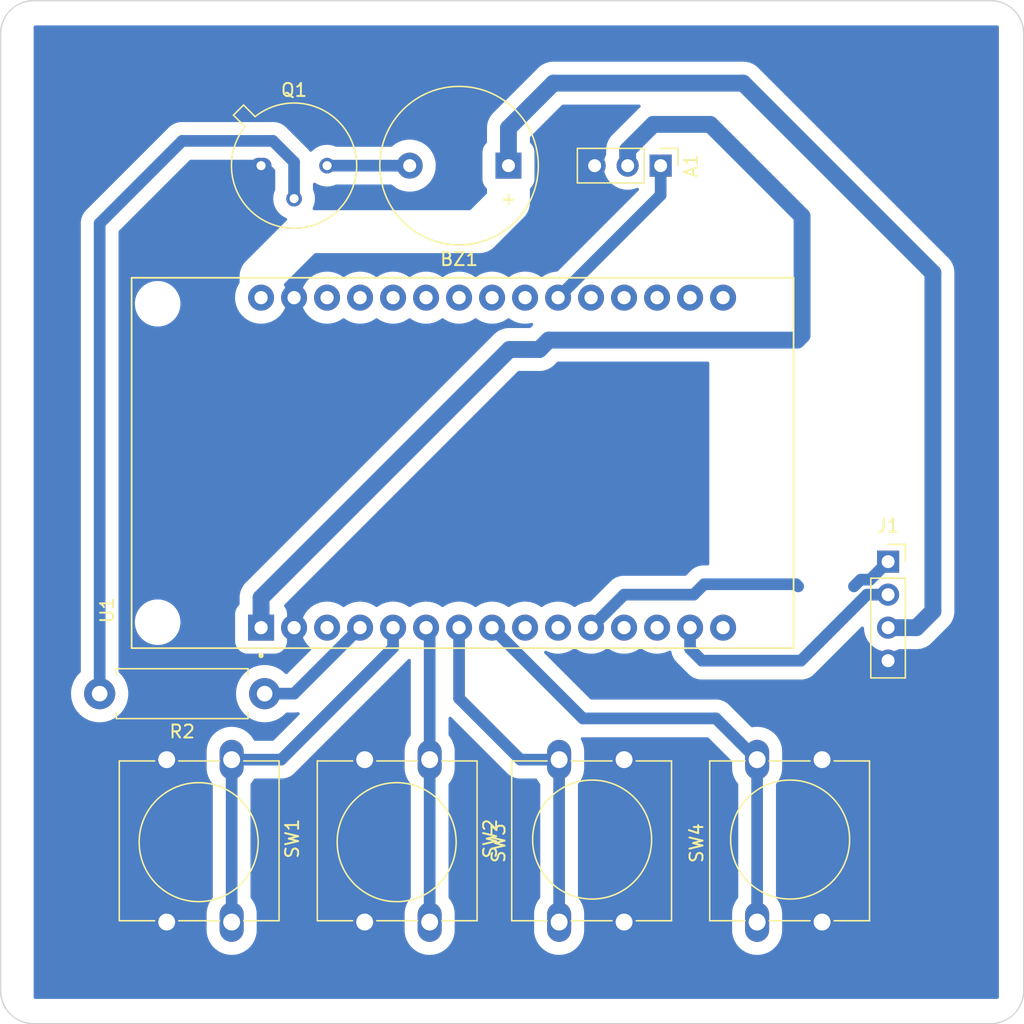
<source format=kicad_pcb>
(kicad_pcb (version 20221018) (generator pcbnew)
  (layers (0 "F.Cu" signal) (31 "B.Cu" signal) (34 "B.Paste" user) (35 "F.Paste" user) (36 "B.SilkS" user "B.Silkscreen") (37 "F.SilkS" user "F.Silkscreen") (38 "B.Mask" user) (39 "F.Mask" user) (44 "Edge.Cuts" user))
  (net 0 "")
  (net 1 "+3.3V")
  (net 2 "GND")
  (net 4 "/D2")
  (net 5 "/D4")
  (net 6 "/D16")
  (net 7 "/D17")
  (net 8 "/D5")
  (net 11 "/D21")
  (net 14 "/D22")
  (net 18 "/D14")
  (net 28 "+5V")
  (net 29 "Net-(BZ1-+)")
  (net 30 "Net-(Q1-B)")
  (net 31 "/D32")
  (footprint "Button_Switch_THT:SW_PUSH-12mm" (layer "F.Cu") (at 129.54 109.22 -90)
    (fp_text reference "SW2" (at 6.08 -4.66 90) (layer "F.SilkS"))
    (fp_text value "SW_Push_Dual")
    (fp_line (start 0.1 -3.65) (end 12.4 -3.65) (stroke (width 0.12)) (layer "F.SilkS"))
    (fp_line (start 0.1 -0.93) (end 0.1 -3.65) (stroke (width 0.12)) (layer "F.SilkS"))
    (fp_line (start 0.1 4.07) (end 0.1 0.93) (stroke (width 0.12)) (layer "F.SilkS"))
    (fp_line (start 0.1 8.65) (end 0.1 5.93) (stroke (width 0.12)) (layer "F.SilkS"))
    (fp_line (start 12.4 -3.65) (end 12.4 -0.93) (stroke (width 0.12)) (layer "F.SilkS"))
    (fp_line (start 12.4 0.93) (end 12.4 4.07) (stroke (width 0.12)) (layer "F.SilkS"))
    (fp_line (start 12.4 5.93) (end 12.4 8.65) (stroke (width 0.12)) (layer "F.SilkS"))
    (fp_line (start 12.4 8.65) (end 0.1 8.65) (stroke (width 0.12)) (layer "F.SilkS"))
    (fp_circle (center 6.35 2.54) (end 10.16 5.08) (stroke (width 0.12)) (fill none) (layer "F.SilkS"))
    (pad "1" thru_hole oval (at 0 0 270) (size 3.048 1.85) (drill 1.3) (layers "*.Cu" "*.Mask") (net 6 "/D16"))
    (pad "1" thru_hole oval (at 12.5 0 270) (size 3.048 1.85) (drill 1.3) (layers "*.Cu" "*.Mask") (net 6 "/D16"))
    (pad "2" thru_hole oval (at 0 5 270) (size 3.048 1.85) (drill 1.3) (layers "*.Cu" "*.Mask") (net 2 "GND"))
    (pad "2" thru_hole oval (at 12.5 5 270) (size 3.048 1.85) (drill 1.3) (layers "*.Cu" "*.Mask") (net 2 "GND"))
  )
  (footprint "Button_Switch_THT:SW_PUSH-12mm" (layer "F.Cu") (at 114.3 109.22 -90)
    (fp_text reference "SW1" (at 6.08 -4.66 90) (layer "F.SilkS"))
    (fp_text value "SW_Push_Dual")
    (fp_line (start 0.1 -3.65) (end 12.4 -3.65) (stroke (width 0.12)) (layer "F.SilkS"))
    (fp_line (start 0.1 -0.93) (end 0.1 -3.65) (stroke (width 0.12)) (layer "F.SilkS"))
    (fp_line (start 0.1 4.07) (end 0.1 0.93) (stroke (width 0.12)) (layer "F.SilkS"))
    (fp_line (start 0.1 8.65) (end 0.1 5.93) (stroke (width 0.12)) (layer "F.SilkS"))
    (fp_line (start 12.4 -3.65) (end 12.4 -0.93) (stroke (width 0.12)) (layer "F.SilkS"))
    (fp_line (start 12.4 0.93) (end 12.4 4.07) (stroke (width 0.12)) (layer "F.SilkS"))
    (fp_line (start 12.4 5.93) (end 12.4 8.65) (stroke (width 0.12)) (layer "F.SilkS"))
    (fp_line (start 12.4 8.65) (end 0.1 8.65) (stroke (width 0.12)) (layer "F.SilkS"))
    (fp_circle (center 6.35 2.54) (end 10.16 5.08) (stroke (width 0.12)) (fill none) (layer "F.SilkS"))
    (pad "1" thru_hole oval (at 0 0 270) (size 3.048 1.85) (drill 1.3) (layers "*.Cu" "*.Mask") (net 5 "/D4"))
    (pad "1" thru_hole oval (at 12.5 0 270) (size 3.048 1.85) (drill 1.3) (layers "*.Cu" "*.Mask") (net 5 "/D4"))
    (pad "2" thru_hole oval (at 0 5 270) (size 3.048 1.85) (drill 1.3) (layers "*.Cu" "*.Mask") (net 2 "GND"))
    (pad "2" thru_hole oval (at 12.5 5 270) (size 3.048 1.85) (drill 1.3) (layers "*.Cu" "*.Mask") (net 2 "GND"))
  )
  (footprint "Connector_PinHeader_2.54mm:PinHeader_1x03_P2.54mm_Vertical" (layer "F.Cu") (at 147.32 63.5 -90)
    (fp_text reference "A1" (at 0 -2.33 90) (layer "F.SilkS"))
    (fp_text value "LM35DZ_NOPB")
    (fp_line (start -1.33 -1.33) (end 0 -1.33) (stroke (width 0.12)) (layer "F.SilkS"))
    (fp_line (start -1.33 0) (end -1.33 -1.33) (stroke (width 0.12)) (layer "F.SilkS"))
    (fp_line (start -1.33 1.27) (end -1.33 6.41) (stroke (width 0.12)) (layer "F.SilkS"))
    (fp_line (start -1.33 1.27) (end 1.33 1.27) (stroke (width 0.12)) (layer "F.SilkS"))
    (fp_line (start -1.33 6.41) (end 1.33 6.41) (stroke (width 0.12)) (layer "F.SilkS"))
    (fp_line (start 1.33 1.27) (end 1.33 6.41) (stroke (width 0.12)) (layer "F.SilkS"))
    (pad "1" thru_hole rect (at 0 0 270) (size 1.7 1.7) (drill 1) (layers "*.Cu" "*.Mask") (net 31 "/D32"))
    (pad "2" thru_hole oval (at 0 2.54 270) (size 1.7 1.7) (drill 1) (layers "*.Cu" "*.Mask") (net 1 "+3.3V"))
    (pad "3" thru_hole oval (at 0 5.08 270) (size 1.7 1.7) (drill 1) (layers "*.Cu" "*.Mask") (net 2 "GND"))
  )
  (footprint "Button_Switch_THT:SW_PUSH-12mm" (layer "F.Cu") (at 154.745 121.72 90)
    (fp_text reference "SW4" (at 6.08 -4.66 90) (layer "F.SilkS"))
    (fp_text value "SW_Push_Dual")
    (fp_line (start 0.1 -3.65) (end 12.4 -3.65) (stroke (width 0.12)) (layer "F.SilkS"))
    (fp_line (start 0.1 -0.93) (end 0.1 -3.65) (stroke (width 0.12)) (layer "F.SilkS"))
    (fp_line (start 0.1 4.07) (end 0.1 0.93) (stroke (width 0.12)) (layer "F.SilkS"))
    (fp_line (start 0.1 8.65) (end 0.1 5.93) (stroke (width 0.12)) (layer "F.SilkS"))
    (fp_line (start 12.4 -3.65) (end 12.4 -0.93) (stroke (width 0.12)) (layer "F.SilkS"))
    (fp_line (start 12.4 0.93) (end 12.4 4.07) (stroke (width 0.12)) (layer "F.SilkS"))
    (fp_line (start 12.4 5.93) (end 12.4 8.65) (stroke (width 0.12)) (layer "F.SilkS"))
    (fp_line (start 12.4 8.65) (end 0.1 8.65) (stroke (width 0.12)) (layer "F.SilkS"))
    (fp_circle (center 6.35 2.54) (end 10.16 5.08) (stroke (width 0.12)) (fill none) (layer "F.SilkS"))
    (pad "1" thru_hole oval (at 0 0 90) (size 3.048 1.85) (drill 1.3) (layers "*.Cu" "*.Mask") (net 8 "/D5"))
    (pad "1" thru_hole oval (at 12.5 0 90) (size 3.048 1.85) (drill 1.3) (layers "*.Cu" "*.Mask") (net 8 "/D5"))
    (pad "2" thru_hole oval (at 0 5 90) (size 3.048 1.85) (drill 1.3) (layers "*.Cu" "*.Mask") (net 2 "GND"))
    (pad "2" thru_hole oval (at 12.5 5 90) (size 3.048 1.85) (drill 1.3) (layers "*.Cu" "*.Mask") (net 2 "GND"))
  )
  (footprint "Package_TO_SOT_THT:TO-39-3" (layer "F.Cu") (at 116.565 63.5)
    (fp_text reference "Q1" (at 2.54 -5.82) (layer "F.SilkS"))
    (fp_text value "2N2219")
    (fp_line (start -2.125856 -3.888039) (end -1.234902 -2.997084) (stroke (width 0.12)) (layer "F.SilkS"))
    (fp_line (start -1.348039 -4.665856) (end -2.125856 -3.888039) (stroke (width 0.12)) (layer "F.SilkS"))
    (fp_line (start -0.457084 -3.774902) (end -1.348039 -4.665856) (stroke (width 0.12)) (layer "F.SilkS"))
    (fp_arc (start -0.457084 -3.774902) (mid 5.948125 3.408384) (end -1.234674 -2.997371) (stroke (width 0.12)) (layer "F.SilkS"))
    (pad "1" thru_hole oval (at 0 0) (size 1.6 1.2) (drill 0.7) (layers "*.Cu" "*.Mask") (net 2 "GND"))
    (pad "2" thru_hole oval (at 2.54 2.54) (size 1.2 1.2) (drill 0.7) (layers "*.Cu" "*.Mask") (net 30 "Net-(Q1-B)"))
    (pad "3" thru_hole oval (at 5.08 0) (size 1.2 1.2) (drill 0.7) (layers "*.Cu" "*.Mask") (net 29 "Net-(BZ1-+)"))
  )
  (footprint "Connector_PinSocket_2.54mm:PinSocket_1x04_P2.54mm_Vertical" (layer "F.Cu") (at 164.825 93.98)
    (fp_text reference "J1" (at 0 -2.77) (layer "F.SilkS"))
    (fp_text value "Conn_01x04_Socket")
    (fp_line (start -1.33 1.27) (end -1.33 8.95) (stroke (width 0.12)) (layer "F.SilkS"))
    (fp_line (start -1.33 1.27) (end 1.33 1.27) (stroke (width 0.12)) (layer "F.SilkS"))
    (fp_line (start -1.33 8.95) (end 1.33 8.95) (stroke (width 0.12)) (layer "F.SilkS"))
    (fp_line (start 0 -1.33) (end 1.33 -1.33) (stroke (width 0.12)) (layer "F.SilkS"))
    (fp_line (start 1.33 -1.33) (end 1.33 0) (stroke (width 0.12)) (layer "F.SilkS"))
    (fp_line (start 1.33 1.27) (end 1.33 8.95) (stroke (width 0.12)) (layer "F.SilkS"))
    (pad "1" thru_hole rect (at 0 0) (size 1.7 1.7) (drill 1) (layers "*.Cu" "*.Mask") (net 11 "/D21"))
    (pad "2" thru_hole oval (at 0 2.54) (size 1.7 1.7) (drill 1) (layers "*.Cu" "*.Mask") (net 14 "/D22"))
    (pad "3" thru_hole oval (at 0 5.08) (size 1.7 1.7) (drill 1) (layers "*.Cu" "*.Mask") (net 28 "+5V"))
    (pad "4" thru_hole oval (at 0 7.62) (size 1.7 1.7) (drill 1) (layers "*.Cu" "*.Mask") (net 2 "GND"))
  )
  (footprint "Buzzer_Beeper:Buzzer_12x9.5RM7.6" (layer "F.Cu") (at 135.605 63.5 180)
    (fp_text reference "BZ1" (at 3.8 -7.2) (layer "F.SilkS"))
    (fp_text value "Buzzer")
    (fp_text user "+" (at -0.01 -2.54) (layer "F.SilkS"))
    (fp_circle (center 3.8 0) (end 9.9 0) (stroke (width 0.12)) (fill none) (layer "F.SilkS"))
    (pad "1" thru_hole rect (at 0 0 180) (size 2 2) (drill 1) (layers "*.Cu" "*.Mask") (net 28 "+5V"))
    (pad "2" thru_hole circle (at 7.6 0 180) (size 2 2) (drill 1) (layers "*.Cu" "*.Mask") (net 29 "Net-(BZ1-+)"))
  )
  (footprint "ESP32-DEVKIT-V1:MODULE_ESP32_DEVKIT_V1" (layer "F.Cu") (at 132.08 86.36 90)
    (fp_text reference "U1" (at -11.355 -27.36 90) (layer "F.SilkS"))
    (fp_text value "ESP32-DEVKIT-V1")
    (fp_line (start -14.28 -25.475) (end -3.211 -25.475) (stroke (width 0.127)) (layer "F.SilkS"))
    (fp_line (start -14.28 -25.475) (end 14.23 -25.475) (stroke (width 0.127)) (layer "F.SilkS"))
    (fp_line (start -14.28 25.475) (end -14.28 -25.475) (stroke (width 0.127)) (layer "F.SilkS"))
    (fp_line (start -14.28 25.475) (end -14.28 -25.475) (stroke (width 0.127)) (layer "F.SilkS"))
    (fp_line (start -14.28 25.475) (end -8.91 25.475) (stroke (width 0.127)) (layer "F.SilkS"))
    (fp_line (start -8.91 25.475) (end 8.78 25.475) (stroke (width 0.127)) (layer "F.SilkS"))
    (fp_line (start -3.211 -25.475) (end 3.5 -25.475) (stroke (width 0.127)) (layer "F.SilkS"))
    (fp_line (start 3.5 -25.475) (end 14.23 -25.475) (stroke (width 0.127)) (layer "F.SilkS"))
    (fp_line (start 8.78 25.475) (end 14.23 25.475) (stroke (width 0.127)) (layer "F.SilkS"))
    (fp_line (start 14.23 -25.475) (end 14.23 25.475) (stroke (width 0.127)) (layer "F.SilkS"))
    (fp_line (start 14.23 -25.475) (end 14.23 25.475) (stroke (width 0.127)) (layer "F.SilkS"))
    (fp_line (start 14.23 25.475) (end -14.28 25.475) (stroke (width 0.127)) (layer "F.SilkS"))
    (fp_circle (center -14.85 -15.515) (end -14.75 -15.515) (stroke (width 0.2)) (fill none) (layer "F.SilkS"))
    (pad "" np_thru_hole circle (at -12.28 -23.475 90) (size 3 3) (drill 3) (layers "*.Cu" "*.Mask"))
    (pad "" np_thru_hole circle (at -12.28 23.475 90) (size 3 3) (drill 3) (layers "*.Cu" "*.Mask"))
    (pad "" np_thru_hole circle (at 12.23 -23.475 90) (size 3 3) (drill 3) (layers "*.Cu" "*.Mask"))
    (pad "" np_thru_hole circle (at 12.23 23.475 90) (size 3 3) (drill 3) (layers "*.Cu" "*.Mask"))
    (pad "1" thru_hole rect (at -12.7 -15.515 90) (size 2 2) (drill 1.02) (layers "*.Cu" "*.Mask") (net 1 "+3.3V"))
    (pad "2" thru_hole circle (at -12.7 -12.975 90) (size 2 2) (drill 1.02) (layers "*.Cu" "*.Mask") (net 2 "GND"))
    (pad "3" thru_hole circle (at -12.7 -10.435 90) (size 2 2) (drill 1.02) (layers "*.Cu" "*.Mask"))
    (pad "4" thru_hole circle (at -12.7 -7.895 90) (size 2 2) (drill 1.02) (layers "*.Cu" "*.Mask") (net 4 "/D2"))
    (pad "5" thru_hole circle (at -12.7 -5.355 90) (size 2 2) (drill 1.02) (layers "*.Cu" "*.Mask") (net 5 "/D4"))
    (pad "6" thru_hole circle (at -12.7 -2.815 90) (size 2 2) (drill 1.02) (layers "*.Cu" "*.Mask") (net 6 "/D16"))
    (pad "7" thru_hole circle (at -12.7 -0.275 90) (size 2 2) (drill 1.02) (layers "*.Cu" "*.Mask") (net 7 "/D17"))
    (pad "8" thru_hole circle (at -12.7 2.265 90) (size 2 2) (drill 1.02) (layers "*.Cu" "*.Mask") (net 8 "/D5"))
    (pad "9" thru_hole circle (at -12.7 4.805 90) (size 2 2) (drill 1.02) (layers "*.Cu" "*.Mask"))
    (pad "10" thru_hole circle (at -12.7 7.345 90) (size 2 2) (drill 1.02) (layers "*.Cu" "*.Mask"))
    (pad "11" thru_hole circle (at -12.7 9.885 90) (size 2 2) (drill 1.02) (layers "*.Cu" "*.Mask") (net 11 "/D21"))
    (pad "12" thru_hole circle (at -12.7 12.425 90) (size 2 2) (drill 1.02) (layers "*.Cu" "*.Mask"))
    (pad "13" thru_hole circle (at -12.7 14.965 90) (size 2 2) (drill 1.02) (layers "*.Cu" "*.Mask"))
    (pad "14" thru_hole circle (at -12.7 17.505 90) (size 2 2) (drill 1.02) (layers "*.Cu" "*.Mask") (net 14 "/D22"))
    (pad "15" thru_hole circle (at -12.7 20.045 90) (size 2 2) (drill 1.02) (layers "*.Cu" "*.Mask"))
    (pad "16" thru_hole circle (at 12.7 20.045 90) (size 2 2) (drill 1.02) (layers "*.Cu" "*.Mask"))
    (pad "17" thru_hole circle (at 12.7 17.505 90) (size 2 2) (drill 1.02) (layers "*.Cu" "*.Mask"))
    (pad "18" thru_hole circle (at 12.7 14.965 90) (size 2 2) (drill 1.02) (layers "*.Cu" "*.Mask"))
    (pad "19" thru_hole circle (at 12.7 12.425 90) (size 2 2) (drill 1.02) (layers "*.Cu" "*.Mask"))
    (pad "20" thru_hole circle (at 12.7 9.885 90) (size 2 2) (drill 1.02) (layers "*.Cu" "*.Mask"))
    (pad "21" thru_hole circle (at 12.7 7.345 90) (size 2 2) (drill 1.02) (layers "*.Cu" "*.Mask") (net 31 "/D32"))
    (pad "22" thru_hole circle (at 12.7 4.805 90) (size 2 2) (drill 1.02) (layers "*.Cu" "*.Mask"))
    (pad "23" thru_hole circle (at 12.7 2.265 90) (size 2 2) (drill 1.02) (layers "*.Cu" "*.Mask"))
    (pad "24" thru_hole circle (at 12.7 -0.275 90) (size 2 2) (drill 1.02) (layers "*.Cu" "*.Mask"))
    (pad "25" thru_hole circle (at 12.7 -2.815 90) (size 2 2) (drill 1.02) (layers "*.Cu" "*.Mask"))
    (pad "26" thru_hole circle (at 12.7 -5.355 90) (size 2 2) (drill 1.02) (layers "*.Cu" "*.Mask") (net 18 "/D14"))
    (pad "27" thru_hole circle (at 12.7 -7.895 90) (size 2 2) (drill 1.02) (layers "*.Cu" "*.Mask"))
    (pad "28" thru_hole circle (at 12.7 -10.435 90) (size 2 2) (drill 1.02) (layers "*.Cu" "*.Mask"))
    (pad "29" thru_hole circle (at 12.7 -12.975 90) (size 2 2) (drill 1.02) (layers "*.Cu" "*.Mask") (net 2 "GND"))
    (pad "30" thru_hole circle (at 12.7 -15.515 90) (size 2 2) (drill 1.02) (layers "*.Cu" "*.Mask") (net 28 "+5V"))
    (zone (net 0) (net_name "") (layer "B.Cu") (connect_pads (clearance 0)) (min_thickness 0.01)
      (keepout (tracks not_allowed) (vias not_allowed) (pads not_allowed) (copperpour not_allowed) (footprints allowed))
      (fill (thermal_gap 0.508) (thermal_bridge_width 0.508))
      (polygon (pts (xy 151.065 95.27) (xy 151.065 77.58) (xy 157.555 77.58) (xy 157.555 95.27)))
    )
  )
  (footprint "Resistor_THT:R_Axial_DIN0411_L9.9mm_D3.6mm_P12.70mm_Horizontal" (layer "F.Cu") (at 116.84 104.14 180)
    (fp_text reference "R2" (at 6.35 -2.92) (layer "F.SilkS"))
    (fp_text value "4700")
    (fp_line (start 1.28 -1.92) (end 11.42 -1.92) (stroke (width 0.12)) (layer "F.SilkS"))
    (fp_line (start 1.28 -1.44) (end 1.28 -1.92) (stroke (width 0.12)) (layer "F.SilkS"))
    (fp_line (start 1.28 1.44) (end 1.28 1.92) (stroke (width 0.12)) (layer "F.SilkS"))
    (fp_line (start 1.28 1.92) (end 11.42 1.92) (stroke (width 0.12)) (layer "F.SilkS"))
    (fp_line (start 11.42 -1.92) (end 11.42 -1.44) (stroke (width 0.12)) (layer "F.SilkS"))
    (fp_line (start 11.42 1.92) (end 11.42 1.44) (stroke (width 0.12)) (layer "F.SilkS"))
    (pad "1" thru_hole circle (at 0 0 180) (size 2.4 2.4) (drill 1.2) (layers "*.Cu" "*.Mask") (net 4 "/D2"))
    (pad "2" thru_hole oval (at 12.7 0 180) (size 2.4 2.4) (drill 1.2) (layers "*.Cu" "*.Mask") (net 30 "Net-(Q1-B)"))
  )
  (footprint "Button_Switch_THT:SW_PUSH-12mm" (layer "F.Cu") (at 139.505 121.72 90)
    (fp_text reference "SW3" (at 6.08 -4.66 90) (layer "F.SilkS"))
    (fp_text value "SW_Push_Dual")
    (fp_line (start 0.1 -3.65) (end 12.4 -3.65) (stroke (width 0.12)) (layer "F.SilkS"))
    (fp_line (start 0.1 -0.93) (end 0.1 -3.65) (stroke (width 0.12)) (layer "F.SilkS"))
    (fp_line (start 0.1 4.07) (end 0.1 0.93) (stroke (width 0.12)) (layer "F.SilkS"))
    (fp_line (start 0.1 8.65) (end 0.1 5.93) (stroke (width 0.12)) (layer "F.SilkS"))
    (fp_line (start 12.4 -3.65) (end 12.4 -0.93) (stroke (width 0.12)) (layer "F.SilkS"))
    (fp_line (start 12.4 0.93) (end 12.4 4.07) (stroke (width 0.12)) (layer "F.SilkS"))
    (fp_line (start 12.4 5.93) (end 12.4 8.65) (stroke (width 0.12)) (layer "F.SilkS"))
    (fp_line (start 12.4 8.65) (end 0.1 8.65) (stroke (width 0.12)) (layer "F.SilkS"))
    (fp_circle (center 6.35 2.54) (end 10.16 5.08) (stroke (width 0.12)) (fill none) (layer "F.SilkS"))
    (pad "1" thru_hole oval (at 0 0 90) (size 3.048 1.85) (drill 1.3) (layers "*.Cu" "*.Mask") (net 7 "/D17"))
    (pad "1" thru_hole oval (at 12.5 0 90) (size 3.048 1.85) (drill 1.3) (layers "*.Cu" "*.Mask") (net 7 "/D17"))
    (pad "2" thru_hole oval (at 0 5 90) (size 3.048 1.85) (drill 1.3) (layers "*.Cu" "*.Mask") (net 2 "GND"))
    (pad "2" thru_hole oval (at 12.5 5 90) (size 3.048 1.85) (drill 1.3) (layers "*.Cu" "*.Mask") (net 2 "GND"))
  )
  (gr_arc (start 175.26 127) (mid 174.516051 128.796051) (end 172.72 129.54) (stroke (width 0.1)) (layer "Edge.Cuts"))
  (gr_line (start 175.26 53.34) (end 175.26 127) (stroke (width 0.1)) (layer "Edge.Cuts"))
  (gr_line (start 99.06 50.8) (end 172.72 50.8) (stroke (width 0.1)) (layer "Edge.Cuts"))
  (gr_arc (start 172.72 50.8) (mid 174.516051 51.543949) (end 175.26 53.34) (stroke (width 0.1)) (layer "Edge.Cuts"))
  (gr_line (start 96.52 127) (end 96.52 53.34) (stroke (width 0.1)) (layer "Edge.Cuts"))
  (gr_line (start 172.72 129.54) (end 99.06 129.54) (stroke (width 0.1)) (layer "Edge.Cuts"))
  (gr_arc (start 96.52 53.34) (mid 97.263949 51.543949) (end 99.06 50.8) (stroke (width 0.1)) (layer "Edge.Cuts"))
  (gr_arc (start 99.06 129.54) (mid 97.263949 128.796051) (end 96.52 127) (stroke (width 0.1)) (layer "Edge.Cuts"))
  (segment (start 116.565 96.76) (end 116.565 99.06) (width 1.3) (layer "B.Cu") (net 1))
  (segment (start 146.752919 60.325) (end 151.13 60.325) (width 1.3) (layer "B.Cu") (net 1))
  (segment (start 138.195 77.43) (end 137.975 77.65) (width 1.3) (layer "B.Cu") (net 1))
  (segment (start 137.975 77.65) (end 135.675 77.65) (width 1.3) (layer "B.Cu") (net 1))
  (segment (start 138.695 76.93) (end 137.975 77.65) (width 1.3) (layer "B.Cu") (net 1))
  (segment (start 151.13 60.325) (end 158.205 67.4) (width 1.3) (layer "B.Cu") (net 1))
  (segment (start 144.78 62.297919) (end 146.752919 60.325) (width 1.3) (layer "B.Cu") (net 1))
  (segment (start 135.675 77.65) (end 116.565 96.76) (width 1.3) (layer "B.Cu") (net 1))
  (segment (start 157.82424 76.93) (end 138.695 76.93) (width 1.3) (layer "B.Cu") (net 1))
  (segment (start 144.78 63.5) (end 144.78 62.297919) (width 1.3) (layer "B.Cu") (net 1))
  (segment (start 158.205 67.4) (end 158.205 76.54924) (width 1.3) (layer "B.Cu") (net 1))
  (segment (start 158.205 76.54924) (end 157.82424 76.93) (width 1.3) (layer "B.Cu") (net 1))
  (segment (start 109.3 109.22) (end 109.3 108.3675) (width 1.3) (layer "B.Cu") (net 2))
  (segment (start 116.461 63.604) (end 116.565 63.604) (width 1.3) (layer "B.Cu") (net 2))
  (segment (start 109.3 109.22) (end 109.3 108.865) (width 1.3) (layer "B.Cu") (net 2))
  (segment (start 116.84 104.14) (end 119.105 104.14) (width 0.9) (layer "B.Cu") (net 4))
  (segment (start 119.105 104.14) (end 124.185 99.06) (width 0.9) (layer "B.Cu") (net 4))
  (segment (start 118.11 109.22) (end 126.725 100.605) (width 0.9) (layer "B.Cu") (net 5))
  (segment (start 126.725 100.605) (end 126.725 99.06) (width 0.9) (layer "B.Cu") (net 5))
  (segment (start 114.3 109.22) (end 118.11 109.22) (width 0.9) (layer "B.Cu") (net 5))
  (segment (start 114.3 121.72) (end 114.3 109.22) (width 0.9) (layer "B.Cu") (net 5))
  (segment (start 129.54 109.22) (end 129.54 99.335) (width 0.9) (layer "B.Cu") (net 6))
  (segment (start 129.54 99.335) (end 129.265 99.06) (width 0.9) (layer "B.Cu") (net 6))
  (segment (start 129.54 121.72) (end 129.54 109.22) (width 0.9) (layer "B.Cu") (net 6))
  (segment (start 136.525 109.22) (end 131.805 104.5) (width 0.9) (layer "B.Cu") (net 7))
  (segment (start 131.805 104.5) (end 131.805 99.06) (width 0.9) (layer "B.Cu") (net 7))
  (segment (start 139.505 121.72) (end 139.505 109.22) (width 0.9) (layer "B.Cu") (net 7))
  (segment (start 139.505 109.22) (end 136.525 109.22) (width 0.9) (layer "B.Cu") (net 7))
  (segment (start 151.57 106.045) (end 141.33 106.045) (width 0.9) (layer "B.Cu") (net 8))
  (segment (start 154.745 109.22) (end 151.57 106.045) (width 0.9) (layer "B.Cu") (net 8))
  (segment (start 154.745 121.72) (end 154.745 109.22) (width 0.9) (layer "B.Cu") (net 8))
  (segment (start 141.33 106.045) (end 134.345 99.06) (width 0.9) (layer "B.Cu") (net 8))
  (segment (start 164.825 93.98) (end 163.439 95.366) (width 0.9) (layer "B.Cu") (net 11))
  (segment (start 157.741396 95.72) (end 150.66 95.72) (width 0.9) (layer "B.Cu") (net 11))
  (segment (start 157.906396 95.885) (end 157.741396 95.72) (width 0.9) (layer "B.Cu") (net 11))
  (segment (start 163.439 95.366) (end 162.716998 95.366) (width 0.9) (layer "B.Cu") (net 11))
  (segment (start 149.86 96.52) (end 144.505 96.52) (width 0.9) (layer "B.Cu") (net 11))
  (segment (start 150.66 95.72) (end 149.86 96.52) (width 0.9) (layer "B.Cu") (net 11))
  (segment (start 144.505 96.52) (end 141.965 99.06) (width 0.9) (layer "B.Cu") (net 11))
  (segment (start 162.716998 95.366) (end 162.197998 95.885) (width 0.9) (layer "B.Cu") (net 11))
  (segment (start 164.825 96.52) (end 164.745 96.44) (width 0.9) (layer "B.Cu") (net 14))
  (segment (start 158.115 101.6) (end 150.495 101.6) (width 0.9) (layer "B.Cu") (net 14))
  (segment (start 149.585 100.69) (end 149.585 99.06) (width 0.9) (layer "B.Cu") (net 14))
  (segment (start 164.825 96.52) (end 163.195 96.52) (width 0.9) (layer "B.Cu") (net 14))
  (segment (start 163.195 96.52) (end 158.115 101.6) (width 0.9) (layer "B.Cu") (net 14))
  (segment (start 150.495 101.6) (end 149.585 100.69) (width 0.9) (layer "B.Cu") (net 14))
  (segment (start 153.67 57.15) (end 139.065 57.15) (width 1.3) (layer "B.Cu") (net 28))
  (segment (start 168.275 71.755) (end 153.67 57.15) (width 1.3) (layer "B.Cu") (net 28))
  (segment (start 168.275 97.79) (end 168.275 71.755) (width 1.3) (layer "B.Cu") (net 28))
  (segment (start 139.065 57.15) (end 135.605 60.61) (width 1.3) (layer "B.Cu") (net 28))
  (segment (start 164.825 99.06) (end 167.005 99.06) (width 1.3) (layer "B.Cu") (net 28))
  (segment (start 167.005 99.06) (end 168.275 97.79) (width 1.3) (layer "B.Cu") (net 28))
  (segment (start 135.605 60.61) (end 135.605 63.5) (width 1.3) (layer "B.Cu") (net 28))
  (segment (start 121.645 63.5) (end 128.005 63.5) (width 0.9) (layer "B.Cu") (net 29))
  (segment (start 117.475 61.595) (end 110.49 61.595) (width 0.9) (layer "B.Cu") (net 30))
  (segment (start 104.14 67.945) (end 104.14 104.14) (width 0.9) (layer "B.Cu") (net 30))
  (segment (start 119.105 66.04) (end 119.105 63.225) (width 0.9) (layer "B.Cu") (net 30))
  (segment (start 119.105 63.225) (end 117.475 61.595) (width 0.9) (layer "B.Cu") (net 30))
  (segment (start 110.49 61.595) (end 104.14 67.945) (width 0.9) (layer "B.Cu") (net 30))
  (segment (start 147.32 63.5) (end 147.32 65.765) (width 0.9) (layer "B.Cu") (net 31))
  (segment (start 147.32 65.765) (end 139.425 73.66) (width 0.9) (layer "B.Cu") (net 31))
  (zone (net 2) (net_name "GND") (layer "B.Cu") (connect_pads yes (clearance 1)) (min_thickness 0.25) (fill yes (thermal_gap 0.5) (thermal_bridge_width 0.5))
    (polygon (pts (xy 99.06 52.705) (xy 99.06 127.635) (xy 173.355 127.635) (xy 173.355 52.705)))
  )
)
</source>
